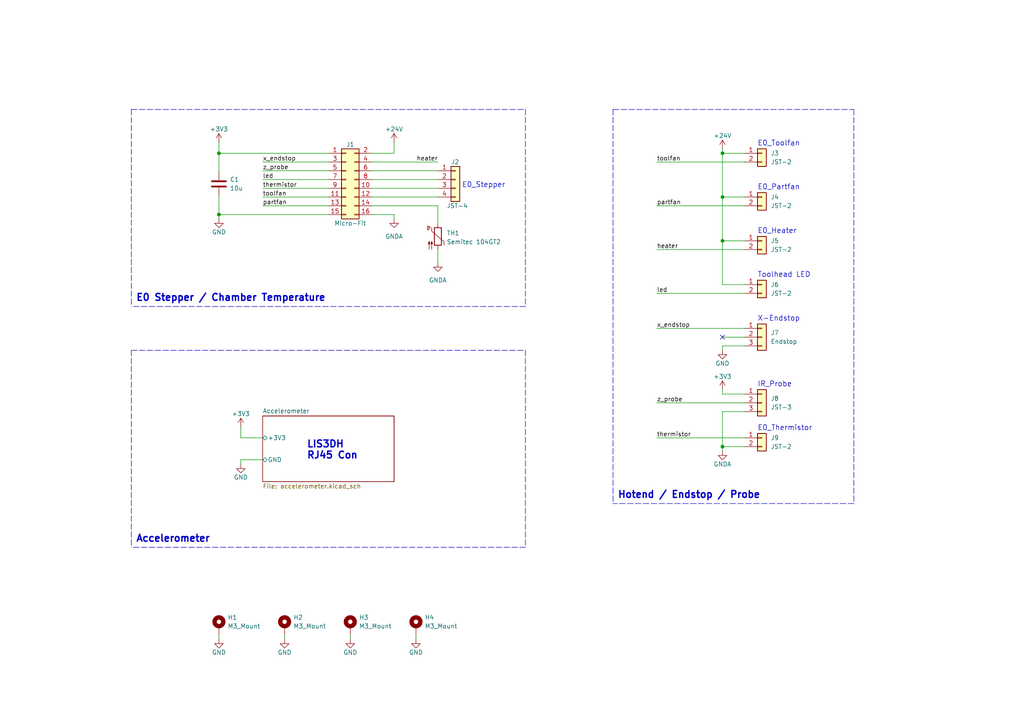
<source format=kicad_sch>
(kicad_sch (version 20211123) (generator eeschema)
  (paper "A4")
  (title_block (title "BLF Toolhaed PCB") (date "2022-07-16") (rev "0.1") (company "https://github.com/Battosai42/CraftbotPlus_Upgrade"))
  (lib_symbols
    (symbol "Connector_Generic:Conn_01x02" (pin_names (offset 1.016) hide)
      (property "Reference" "J" (at 0 2.54 0))
      (property "Value" "Conn_01x02" (at 0 -5.08 0))
      (symbol "Conn_01x02_1_1"
        (rectangle (start -1.27 -2.413) (end 0 -2.667) (stroke (width 0.1524)))
        (rectangle (start -1.27 0.127) (end 0 -0.127) (stroke (width 0.1524)))
        (rectangle (start -1.27 1.27) (end 1.27 -3.81) (stroke (width 0.254)) (fill (type background)))
        (pin passive line (at -5.08 0 0) (length 3.81) (name "Pin_1") (number "1"))
        (pin passive line (at -5.08 -2.54 0) (length 3.81) (name "Pin_2") (number "2"))
      )
    )
    (symbol "Connector_Generic:Conn_01x03" (pin_names (offset 1.016) hide)
      (property "Reference" "J" (at 0 5.08 0))
      (property "Value" "Conn_01x03" (at 0 -5.08 0))
      (symbol "Conn_01x03_1_1"
        (rectangle (start -1.27 -2.413) (end 0 -2.667) (stroke (width 0.1524)))
        (rectangle (start -1.27 0.127) (end 0 -0.127) (stroke (width 0.1524)))
        (rectangle (start -1.27 2.667) (end 0 2.413) (stroke (width 0.1524)))
        (rectangle (start -1.27 3.81) (end 1.27 -3.81) (stroke (width 0.254)) (fill (type background)))
        (pin passive line (at -5.08 2.54 0) (length 3.81) (name "Pin_1") (number "1"))
        (pin passive line (at -5.08 0 0) (length 3.81) (name "Pin_2") (number "2"))
        (pin passive line (at -5.08 -2.54 0) (length 3.81) (name "Pin_3") (number "3"))
      )
    )
    (symbol "Connector_Generic:Conn_01x04" (pin_names (offset 1.016) hide)
      (property "Reference" "J" (at 0 5.08 0))
      (property "Value" "Conn_01x04" (at 0 -7.62 0))
      (symbol "Conn_01x04_1_1"
        (rectangle (start -1.27 -4.953) (end 0 -5.207) (stroke (width 0.1524)))
        (rectangle (start -1.27 -2.413) (end 0 -2.667) (stroke (width 0.1524)))
        (rectangle (start -1.27 0.127) (end 0 -0.127) (stroke (width 0.1524)))
        (rectangle (start -1.27 2.667) (end 0 2.413) (stroke (width 0.1524)))
        (rectangle (start -1.27 3.81) (end 1.27 -6.35) (stroke (width 0.254)) (fill (type background)))
        (pin passive line (at -5.08 2.54 0) (length 3.81) (name "Pin_1") (number "1"))
        (pin passive line (at -5.08 0 0) (length 3.81) (name "Pin_2") (number "2"))
        (pin passive line (at -5.08 -2.54 0) (length 3.81) (name "Pin_3") (number "3"))
        (pin passive line (at -5.08 -5.08 0) (length 3.81) (name "Pin_4") (number "4"))
      )
    )
    (symbol "Connector_Generic:Conn_02x08_Odd_Even" (pin_names (offset 1.016) hide)
      (property "Reference" "J" (at 1.27 10.16 0))
      (property "Value" "Conn_02x08_Odd_Even" (at 1.27 -12.7 0))
      (symbol "Conn_02x08_Odd_Even_1_1"
        (rectangle (start -1.27 -10.033) (end 0 -10.287) (stroke (width 0.1524)))
        (rectangle (start -1.27 -7.493) (end 0 -7.747) (stroke (width 0.1524)))
        (rectangle (start -1.27 -4.953) (end 0 -5.207) (stroke (width 0.1524)))
        (rectangle (start -1.27 -2.413) (end 0 -2.667) (stroke (width 0.1524)))
        (rectangle (start -1.27 0.127) (end 0 -0.127) (stroke (width 0.1524)))
        (rectangle (start -1.27 2.667) (end 0 2.413) (stroke (width 0.1524)))
        (rectangle (start -1.27 5.207) (end 0 4.953) (stroke (width 0.1524)))
        (rectangle (start -1.27 7.747) (end 0 7.493) (stroke (width 0.1524)))
        (rectangle (start -1.27 8.89) (end 3.81 -11.43) (stroke (width 0.254)) (fill (type background)))
        (rectangle (start 3.81 -10.033) (end 2.54 -10.287) (stroke (width 0.1524)))
        (rectangle (start 3.81 -7.493) (end 2.54 -7.747) (stroke (width 0.1524)))
        (rectangle (start 3.81 -4.953) (end 2.54 -5.207) (stroke (width 0.1524)))
        (rectangle (start 3.81 -2.413) (end 2.54 -2.667) (stroke (width 0.1524)))
        (rectangle (start 3.81 0.127) (end 2.54 -0.127) (stroke (width 0.1524)))
        (rectangle (start 3.81 2.667) (end 2.54 2.413) (stroke (width 0.1524)))
        (rectangle (start 3.81 5.207) (end 2.54 4.953) (stroke (width 0.1524)))
        (rectangle (start 3.81 7.747) (end 2.54 7.493) (stroke (width 0.1524)))
        (pin passive line (at -5.08 7.62 0) (length 3.81) (name "Pin_1") (number "1"))
        (pin passive line (at 7.62 -2.54 180) (length 3.81) (name "Pin_10") (number "10"))
        (pin passive line (at -5.08 -5.08 0) (length 3.81) (name "Pin_11") (number "11"))
        (pin passive line (at 7.62 -5.08 180) (length 3.81) (name "Pin_12") (number "12"))
        (pin passive line (at -5.08 -7.62 0) (length 3.81) (name "Pin_13") (number "13"))
        (pin passive line (at 7.62 -7.62 180) (length 3.81) (name "Pin_14") (number "14"))
        (pin passive line (at -5.08 -10.16 0) (length 3.81) (name "Pin_15") (number "15"))
        (pin passive line (at 7.62 -10.16 180) (length 3.81) (name "Pin_16") (number "16"))
        (pin passive line (at 7.62 7.62 180) (length 3.81) (name "Pin_2") (number "2"))
        (pin passive line (at -5.08 5.08 0) (length 3.81) (name "Pin_3") (number "3"))
        (pin passive line (at 7.62 5.08 180) (length 3.81) (name "Pin_4") (number "4"))
        (pin passive line (at -5.08 2.54 0) (length 3.81) (name "Pin_5") (number "5"))
        (pin passive line (at 7.62 2.54 180) (length 3.81) (name "Pin_6") (number "6"))
        (pin passive line (at -5.08 0 0) (length 3.81) (name "Pin_7") (number "7"))
        (pin passive line (at 7.62 0 180) (length 3.81) (name "Pin_8") (number "8"))
        (pin passive line (at -5.08 -2.54 0) (length 3.81) (name "Pin_9") (number "9"))
      )
    )
    (symbol "Device:C" (pin_numbers hide) (pin_names (offset 0.254))
      (property "Reference" "C" (at 0.635 2.54 0))
      (property "Value" "C" (at 0.635 -2.54 0))
      (symbol "C_0_1"
        (polyline (pts (xy -2.032 -0.762) (xy 2.032 -0.762)) (stroke (width 0.508)))
        (polyline (pts (xy -2.032 0.762) (xy 2.032 0.762)) (stroke (width 0.508)))
      )
      (symbol "C_1_1"
        (pin passive line (at 0 3.81 270) (length 2.794) (name "~") (number "1"))
        (pin passive line (at 0 -3.81 90) (length 2.794) (name "~") (number "2"))
      )
    )
    (symbol "Device:Thermistor_PTC" (pin_numbers hide) (pin_names (offset 0))
      (property "Reference" "TH" (at -4.064 0 90))
      (property "Value" "Thermistor_PTC" (at 3.048 0 90))
      (symbol "Thermistor_PTC_0_1"
        (arc (start -3.048 2.159) (mid -3.0505 2.3165) (end -3.175 2.413))
        (arc (start -3.048 2.159) (mid -2.9736 1.9794) (end -2.794 1.905))
        (arc (start -3.048 2.794) (mid -2.9736 2.6144) (end -2.794 2.54))
        (arc (start -2.794 1.905) (mid -2.6144 1.9794) (end -2.54 2.159))
        (arc (start -2.794 2.54) (mid -2.434 2.5608) (end -2.159 2.794))
        (arc (start -2.794 3.048) (mid -2.9736 2.9736) (end -3.048 2.794))
        (arc (start -2.54 2.794) (mid -2.6144 2.9736) (end -2.794 3.048))
        (rectangle (start -1.016 2.54) (end 1.016 -2.54) (stroke (width 0.254)))
        (polyline (pts (xy -2.54 2.159) (xy -2.54 2.794)))
        (polyline (pts (xy -1.778 2.54) (xy -1.778 1.524) (xy 1.778 -1.524) (xy 1.778 -2.54)))
        (polyline (pts (xy -2.54 -3.683) (xy -2.54 -1.397) (xy -2.794 -2.159) (xy -2.286 -2.159) (xy -2.54 -1.397) (xy -2.54 -1.651)) (fill (type outline)))
        (polyline (pts (xy -1.778 -3.683) (xy -1.778 -1.397) (xy -2.032 -2.159) (xy -1.524 -2.159) (xy -1.778 -1.397) (xy -1.778 -1.651)) (fill (type outline)))
      )
      (symbol "Thermistor_PTC_1_1"
        (pin passive line (at 0 3.81 270) (length 1.27) (name "~") (number "1"))
        (pin passive line (at 0 -3.81 90) (length 1.27) (name "~") (number "2"))
      )
    )
    (symbol "Mechanical:MountingHole_Pad" (pin_numbers hide) (pin_names (offset 1.016) hide)
      (property "Reference" "H" (at 0 6.35 0))
      (property "Value" "MountingHole_Pad" (at 0 4.445 0))
      (symbol "MountingHole_Pad_0_1"
        (circle (center 0 1.27) (radius 1.27) (stroke (width 1.27)))
      )
      (symbol "MountingHole_Pad_1_1"
        (pin input line (at 0 -2.54 90) (length 2.54) (name "1") (number "1"))
      )
    )
    (symbol "power:+24V" (power) (pin_names (offset 0))
      (property "Value" "+24V" (at 0 3.556 0))
      (symbol "+24V_0_1"
        (polyline (pts (xy -0.762 1.27) (xy 0 2.54)))
        (polyline (pts (xy 0 0) (xy 0 2.54)))
        (polyline (pts (xy 0 2.54) (xy 0.762 1.27)))
      )
      (symbol "+24V_1_1"
        (pin power_in line (at 0 0 90) (length 0) hide (name "+24V") (number "1"))
      )
    )
    (symbol "power:+3.3V" (power) (pin_names (offset 0))
      (property "Value" "+3.3V" (at 0 3.556 0))
      (symbol "+3.3V_0_1"
        (polyline (pts (xy -0.762 1.27) (xy 0 2.54)))
        (polyline (pts (xy 0 0) (xy 0 2.54)))
        (polyline (pts (xy 0 2.54) (xy 0.762 1.27)))
      )
      (symbol "+3.3V_1_1"
        (pin power_in line (at 0 0 90) (length 0) hide (name "+3V3") (number "1"))
      )
    )
    (symbol "power:GND" (power) (pin_names (offset 0))
      (property "Value" "GND" (at 0 -3.81 0))
      (symbol "GND_0_1"
        (polyline (pts (xy 0 0) (xy 0 -1.27) (xy 1.27 -1.27) (xy 0 -2.54) (xy -1.27 -1.27) (xy 0 -1.27)))
      )
      (symbol "GND_1_1"
        (pin power_in line (at 0 0 270) (length 0) hide (name "GND") (number "1"))
      )
    )
    (symbol "power:GNDA" (power) (pin_names (offset 0))
      (property "Value" "GNDA" (at 0 -3.81 0))
      (symbol "GNDA_0_1"
        (polyline (pts (xy 0 0) (xy 0 -1.27) (xy 1.27 -1.27) (xy 0 -2.54) (xy -1.27 -1.27) (xy 0 -1.27)))
      )
      (symbol "GNDA_1_1"
        (pin power_in line (at 0 0 270) (length 0) hide (name "GNDA") (number "1"))
      )
    )
  )
  (junction (at 209.55 129.54))
  (junction (at 63.5 62.23))
  (junction (at 209.55 44.45))
  (junction (at 209.55 57.15))
  (junction (at 63.5 44.45))
  (junction (at 209.55 69.85))
  (no_connect (at 209.55 97.79))
  (wire (pts (xy 190.5 85.09) (xy 215.9 85.09)))
  (wire (pts (xy 95.25 52.07) (xy 76.2 52.07)))
  (wire (pts (xy 209.55 119.38) (xy 209.55 129.54)))
  (wire (pts (xy 76.2 49.53) (xy 95.25 49.53)))
  (wire (pts (xy 127 59.69) (xy 107.95 59.69)))
  (wire (pts (xy 127 57.15) (xy 107.95 57.15)))
  (wire (pts (xy 69.85 123.825) (xy 69.85 127)))
  (polyline (pts (xy 152.4 101.6) (xy 152.4 158.75)))
  (wire (pts (xy 215.9 82.55) (xy 209.55 82.55)))
  (wire (pts (xy 190.5 127) (xy 215.9 127)))
  (wire (pts (xy 209.55 69.85) (xy 209.55 57.15)))
  (polyline (pts (xy 38.1 101.6) (xy 152.4 101.6)))
  (wire (pts (xy 190.5 95.25) (xy 215.9 95.25)))
  (polyline (pts (xy 152.4 158.75) (xy 38.1 158.75)))
  (wire (pts (xy 209.55 100.33) (xy 209.55 101.6)))
  (wire (pts (xy 69.85 134.62) (xy 69.85 133.35)))
  (wire (pts (xy 63.5 44.45) (xy 63.5 49.53)))
  (wire (pts (xy 114.3 62.23) (xy 107.95 62.23)))
  (polyline (pts (xy 177.8 31.75) (xy 177.8 146.05)))
  (polyline (pts (xy 247.65 146.05) (xy 177.8 146.05)))
  (wire (pts (xy 190.5 116.84) (xy 215.9 116.84)))
  (polyline (pts (xy 38.1 101.6) (xy 38.1 158.75)))
  (wire (pts (xy 69.85 127) (xy 76.2 127)))
  (wire (pts (xy 127 52.07) (xy 107.95 52.07)))
  (polyline (pts (xy 177.8 31.75) (xy 247.65 31.75)))
  (polyline (pts (xy 152.4 88.9) (xy 38.1 88.9)))
  (wire (pts (xy 127 72.39) (xy 127 76.2)))
  (wire (pts (xy 101.6 185.42) (xy 101.6 184.15)))
  (wire (pts (xy 95.25 59.69) (xy 76.2 59.69)))
  (wire (pts (xy 215.9 69.85) (xy 209.55 69.85)))
  (polyline (pts (xy 38.1 31.75) (xy 152.4 31.75)))
  (wire (pts (xy 82.55 185.42) (xy 82.55 184.15)))
  (wire (pts (xy 63.5 185.42) (xy 63.5 184.15)))
  (wire (pts (xy 127 64.77) (xy 127 59.69)))
  (wire (pts (xy 209.55 43.18) (xy 209.55 44.45)))
  (wire (pts (xy 63.5 44.45) (xy 95.25 44.45)))
  (wire (pts (xy 209.55 113.03) (xy 209.55 114.3)))
  (wire (pts (xy 107.95 46.99) (xy 127 46.99)))
  (wire (pts (xy 120.65 185.42) (xy 120.65 184.15)))
  (polyline (pts (xy 152.4 31.75) (xy 152.4 88.9)))
  (wire (pts (xy 76.2 46.99) (xy 95.25 46.99)))
  (wire (pts (xy 209.55 97.79) (xy 215.9 97.79)))
  (wire (pts (xy 114.3 41.275) (xy 114.3 44.45)))
  (wire (pts (xy 209.55 129.54) (xy 209.55 130.81)))
  (wire (pts (xy 127 49.53) (xy 107.95 49.53)))
  (wire (pts (xy 215.9 129.54) (xy 209.55 129.54)))
  (wire (pts (xy 95.25 54.61) (xy 76.2 54.61)))
  (wire (pts (xy 127 54.61) (xy 107.95 54.61)))
  (wire (pts (xy 69.85 133.35) (xy 76.2 133.35)))
  (wire (pts (xy 114.3 63.5) (xy 114.3 62.23)))
  (wire (pts (xy 63.5 63.5) (xy 63.5 62.23)))
  (wire (pts (xy 190.5 72.39) (xy 215.9 72.39)))
  (wire (pts (xy 209.55 44.45) (xy 215.9 44.45)))
  (polyline (pts (xy 38.1 31.75) (xy 38.1 88.9)))
  (wire (pts (xy 63.5 57.15) (xy 63.5 62.23)))
  (wire (pts (xy 209.55 57.15) (xy 209.55 44.45)))
  (wire (pts (xy 190.5 46.99) (xy 215.9 46.99)))
  (wire (pts (xy 63.5 41.275) (xy 63.5 44.45)))
  (wire (pts (xy 209.55 100.33) (xy 215.9 100.33)))
  (polyline (pts (xy 247.65 31.75) (xy 247.65 146.05)))
  (wire (pts (xy 190.5 59.69) (xy 215.9 59.69)))
  (wire (pts (xy 107.95 44.45) (xy 114.3 44.45)))
  (wire (pts (xy 63.5 62.23) (xy 95.25 62.23)))
  (wire (pts (xy 95.25 57.15) (xy 76.2 57.15)))
  (wire (pts (xy 209.55 82.55) (xy 209.55 69.85)))
  (wire (pts (xy 209.55 119.38) (xy 215.9 119.38)))
  (wire (pts (xy 215.9 57.15) (xy 209.55 57.15)))
  (wire (pts (xy 209.55 114.3) (xy 215.9 114.3)))
  (text "Accelerometer" (at 39.37 157.48 0) (effects (font (size 2 2) (thickness 0.4) bold) (justify left bottom)))
  (text "E0_Heater" (at 219.71 67.945 0) (effects (font (size 1.5 1.5)) (justify left bottom)))
  (text "IR_Probe" (at 219.71 112.395 0) (effects (font (size 1.5 1.5)) (justify left bottom)))
  (text "E0_Stepper" (at 133.985 54.61 0) (effects (font (size 1.5 1.5)) (justify left bottom)))
  (text "E0 Stepper / Chamber Temperature" (at 39.37 87.63 0) (effects (font (size 2 2) (thickness 0.4) bold) (justify left bottom)))
  (text "X-Endstop" (at 219.71 93.345 0) (effects (font (size 1.5 1.5)) (justify left bottom)))
  (text "Toolhead LED" (at 219.71 80.645 0) (effects (font (size 1.5 1.5)) (justify left bottom)))
  (text "LIS3DH\nRJ45 Con" (at 88.9 133.35 0) (effects (font (size 2 2) (thickness 0.4) bold) (justify left bottom)))
  (text "E0_Partfan" (at 219.71 55.245 0) (effects (font (size 1.5 1.5)) (justify left bottom)))
  (text "E0_Thermistor" (at 219.71 125.095 0) (effects (font (size 1.5 1.5)) (justify left bottom)))
  (text "Hotend / Endstop / Probe" (at 179.07 144.78 0) (effects (font (size 2 2) (thickness 0.4) bold) (justify left bottom)))
  (text "E0_Toolfan" (at 219.71 42.545 0) (effects (font (size 1.5 1.5)) (justify left bottom)))
  (label "heater" (at 190.5 72.39 0))
  (label "partfan" (at 190.5 59.69 0))
  (label "z_probe" (at 190.5 116.84 0))
  (label "toolfan" (at 190.5 46.99 0))
  (label "heater" (at 127 46.99 180))
  (label "led" (at 76.2 52.07 0))
  (label "thermistor" (at 76.2 54.61 0))
  (label "x_endstop" (at 76.2 46.99 0))
  (label "x_endstop" (at 190.5 95.25 0))
  (label "led" (at 190.5 85.09 0))
  (label "z_probe" (at 76.2 49.53 0))
  (label "toolfan" (at 76.2 57.15 0))
  (label "thermistor" (at 190.5 127 0))
  (label "partfan" (at 76.2 59.69 0))
  (symbol (lib_id "Mechanical:MountingHole_Pad") (at 82.55 181.61 0) (unit 1)
    (property "Reference" "H2" (at 85.09 179.0699 0) (effects (justify left)))
    (property "Value" "M3_Mount" (at 85.09 181.6099 0) (effects (justify left)))
  )
  (symbol (lib_id "Mechanical:MountingHole_Pad") (at 101.6 181.61 0) (unit 1)
    (property "Reference" "H3" (at 104.14 179.0699 0) (effects (justify left)))
    (property "Value" "M3_Mount" (at 104.14 181.6099 0) (effects (justify left)))
  )
  (symbol (lib_id "power:GND") (at 120.65 185.42 0) (unit 1)
    (property "Reference" "#PWR011" (effects hide))
    (property "Value" "GND" (at 120.65 189.23 0))
  )
  (symbol (lib_id "power:GNDA") (at 209.55 130.81 0) (unit 1)
    (property "Reference" "#PWR015" (effects hide))
    (property "Value" "GNDA" (at 209.55 134.62 0))
  )
  (symbol (lib_id "power:+3.3V") (at 209.55 113.03 0) (unit 1)
    (property "Reference" "#PWR014" (effects hide))
    (property "Value" "+3.3V" (at 209.55 109.22 0))
  )
  (symbol (lib_id "power:GND") (at 63.5 185.42 0) (unit 1)
    (property "Reference" "#PWR03" (effects hide))
    (property "Value" "GND" (at 63.5 189.23 0))
  )
  (symbol (lib_id "power:+3.3V") (at 63.5 41.275 0) (unit 1)
    (property "Reference" "#PWR01" (effects hide))
    (property "Value" "+3.3V" (at 63.5 37.465 0))
  )
  (symbol (lib_id "Device:C") (at 63.5 53.34 0) (unit 1)
    (property "Reference" "C1" (at 66.675 52.0699 0) (effects (justify left)))
    (property "Value" "10u" (at 66.675 54.6099 0) (effects (justify left)))
  )
  (symbol (lib_id "power:+3.3V") (at 69.85 123.825 0) (unit 1)
    (property "Reference" "#PWR04" (effects hide))
    (property "Value" "+3.3V" (at 69.85 120.015 0))
  )
  (symbol (lib_id "Mechanical:MountingHole_Pad") (at 120.65 181.61 0) (unit 1)
    (property "Reference" "H4" (at 123.19 179.0699 0) (effects (justify left)))
    (property "Value" "M3_Mount" (at 123.19 181.6099 0) (effects (justify left)))
  )
  (symbol (lib_id "Connector_Generic:Conn_01x03") (at 220.98 116.84 0) (unit 1)
    (property "Reference" "J8" (at 223.52 115.5699 0) (effects (justify left)))
    (property "Value" "JST-3" (at 223.52 118.1099 0) (effects (justify left)))
    (property "Footprint" "Connector_JST:JST_EH_B3B-EH-A_1x03_P2.50mm_Vertical" (effects hide))
    (property "Datasheet" "https://www.digikey.ch/de/products/detail/jst-sales-america-inc/B3B-XH-A-LF-SN/1651046" (effects hide))
  )
  (symbol (lib_id "Connector_Generic:Conn_01x02") (at 220.98 57.15 0) (unit 1)
    (property "Reference" "J4" (at 223.52 57.1499 0) (effects (justify left)))
    (property "Value" "JST-2" (at 223.52 59.6899 0) (effects (justify left)))
    (property "Footprint" "Connector_JST:JST_EH_B2B-EH-A_1x02_P2.50mm_Vertical" (effects hide))
    (property "Datasheet" "https://www.digikey.ch/de/products/detail/jst-sales-america-inc/B2B-XH-A-GU/2043065" (effects hide))
  )
  (symbol (lib_id "Mechanical:MountingHole_Pad") (at 63.5 181.61 0) (unit 1)
    (property "Reference" "H1" (at 66.04 179.0699 0) (effects (justify left)))
    (property "Value" "M3_Mount" (at 66.04 181.6099 0) (effects (justify left)))
  )
  (symbol (lib_id "power:GND") (at 101.6 185.42 0) (unit 1)
    (property "Reference" "#PWR07" (effects hide))
    (property "Value" "GND" (at 101.6 189.23 0))
  )
  (symbol (lib_id "power:GND") (at 63.5 63.5 0) (unit 1)
    (property "Reference" "#PWR02" (effects hide))
    (property "Value" "GND" (at 63.5 67.31 0))
  )
  (symbol (lib_id "power:+24V") (at 114.3 41.275 0) (unit 1)
    (property "Reference" "#PWR08" (effects hide))
    (property "Value" "+24V" (at 114.3 37.465 0))
  )
  (symbol (lib_id "Connector_Generic:Conn_01x04") (at 132.08 52.07 0) (unit 1)
    (property "Reference" "J2" (at 130.81 46.99 0) (effects (justify left)))
    (property "Value" "JST-4" (at 129.54 59.69 0) (effects (justify left)))
    (property "Footprint" "Connector_JST:JST_EH_B4B-EH-A_1x04_P2.50mm_Vertical" (effects hide))
    (property "Datasheet" "https://www.digikey.ch/de/products/detail/jst-sales-america-inc/B4B-XH-A-LF-SN/1651047" (effects hide))
  )
  (symbol (lib_id "power:GNDA") (at 127 76.2 0) (unit 1)
    (property "Reference" "#PWR010" (effects hide))
    (property "Value" "GNDA" (at 127 81.28 0))
  )
  (symbol (lib_id "Connector_Generic:Conn_01x02") (at 220.98 69.85 0) (unit 1)
    (property "Reference" "J5" (at 223.52 69.8499 0) (effects (justify left)))
    (property "Value" "JST-2" (at 223.52 72.3899 0) (effects (justify left)))
    (property "Footprint" "Connector_JST:JST_EH_B2B-EH-A_1x02_P2.50mm_Vertical" (effects hide))
    (property "Datasheet" "https://www.digikey.ch/de/products/detail/jst-sales-america-inc/B2B-XH-A-GU/2043065" (effects hide))
  )
  (symbol (lib_id "Connector_Generic:Conn_01x03") (at 220.98 97.79 0) (unit 1)
    (property "Reference" "J7" (at 223.52 96.5199 0) (effects (justify left)))
    (property "Value" "Endstop" (at 223.52 99.0599 0) (effects (justify left)))
  )
  (symbol (lib_id "Connector_Generic:Conn_02x08_Odd_Even") (at 100.33 52.07 0) (unit 1)
    (property "Reference" "J1" (at 101.6 41.91 0))
    (property "Value" "Micro-Fit" (at 101.6 64.77 0))
    (property "Footprint" "Connector_Molex:Molex_Micro-Fit_3.0_43045-1612_2x08_P3.00mm_Vertical" (effects hide))
    (property "Datasheet" "https://www.digikey.ch/de/products/detail/molex/0430451612/531412" (effects hide))
  )
  (symbol (lib_id "Connector_Generic:Conn_01x02") (at 220.98 82.55 0) (unit 1)
    (property "Reference" "J6" (at 223.52 82.5499 0) (effects (justify left)))
    (property "Value" "JST-2" (at 223.52 85.0899 0) (effects (justify left)))
    (property "Footprint" "Connector_JST:JST_EH_B2B-EH-A_1x02_P2.50mm_Vertical" (effects hide))
    (property "Datasheet" "https://www.digikey.ch/de/products/detail/jst-sales-america-inc/B2B-XH-A-GU/2043065" (effects hide))
  )
  (symbol (lib_id "Connector_Generic:Conn_01x02") (at 220.98 44.45 0) (unit 1)
    (property "Reference" "J3" (at 223.52 44.4499 0) (effects (justify left)))
    (property "Value" "JST-2" (at 223.52 46.9899 0) (effects (justify left)))
    (property "Footprint" "Connector_JST:JST_EH_B2B-EH-A_1x02_P2.50mm_Vertical" (effects hide))
    (property "Datasheet" "https://www.digikey.ch/de/products/detail/jst-sales-america-inc/B2B-XH-A-GU/2043065" (effects hide))
  )
  (symbol (lib_id "Device:Thermistor_PTC") (at 127 68.58 0) (unit 1)
    (property "Reference" "TH1" (at 129.54 67.6274 0) (effects (justify left)))
    (property "Value" "Semitec 104GT2" (at 129.54 70.1674 0) (effects (justify left)))
    (property "Footprint" "Resistor_THT:R_Axial_DIN0207_L6.3mm_D2.5mm_P10.16mm_Horizontal" (effects hide))
    (property "Datasheet" "https://eu.mouser.com/ProductDetail/Semitec/104GT-2?qs=wgO0AD0o1vvQ2Rm%2FPgvFdg%3D%3D" (effects hide))
  )
  (symbol (lib_id "power:+24V") (at 209.55 43.18 0) (unit 1)
    (property "Reference" "#PWR012" (effects hide))
    (property "Value" "+24V" (at 209.55 39.37 0))
  )
  (symbol (lib_id "power:GND") (at 69.85 134.62 0) (unit 1)
    (property "Reference" "#PWR05" (effects hide))
    (property "Value" "GND" (at 69.85 138.43 0))
  )
  (symbol (lib_id "Connector_Generic:Conn_01x02") (at 220.98 127 0) (unit 1)
    (property "Reference" "J9" (at 223.52 126.9999 0) (effects (justify left)))
    (property "Value" "JST-2" (at 223.52 129.5399 0) (effects (justify left)))
    (property "Footprint" "Connector_JST:JST_EH_B2B-EH-A_1x02_P2.50mm_Vertical" (effects hide))
    (property "Datasheet" "https://www.digikey.ch/de/products/detail/jst-sales-america-inc/B2B-XH-A-GU/2043065" (effects hide))
  )
  (symbol (lib_id "power:GNDA") (at 114.3 63.5 0) (unit 1)
    (property "Reference" "#PWR09" (effects hide))
    (property "Value" "GNDA" (at 114.3 68.58 0))
  )
  (symbol (lib_id "power:GND") (at 209.55 101.6 0) (unit 1)
    (property "Reference" "#PWR013" (effects hide))
    (property "Value" "GND" (at 209.55 105.41 0))
  )
  (symbol (lib_id "power:GND") (at 82.55 185.42 0) (unit 1)
    (property "Reference" "#PWR06" (effects hide))
    (property "Value" "GND" (at 82.55 189.23 0))
  )
  (sheet (at 76.2 120.65) (size 38.1 19.05) (stroke (width 0.1524))
    (property "Sheet name" "Accelerometer" (at 76.2 119.9384 0) (effects (justify left bottom)))
    (property "Sheet file" "accelerometer.kicad_sch" (at 76.2 140.2846 0) (effects (justify left top)))
    (pin "GND" bidirectional (at 76.2 133.35 180))
    (pin "+3V3" bidirectional (at 76.2 127 180))
  )
)
</source>
